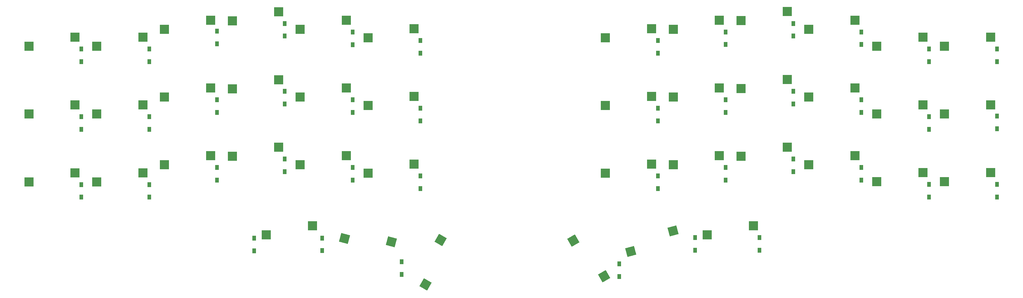
<source format=gbp>
G04 #@! TF.GenerationSoftware,KiCad,Pcbnew,8.0.3*
G04 #@! TF.CreationDate,2024-06-14T22:13:16-03:00*
G04 #@! TF.ProjectId,corne-cherry,636f726e-652d-4636-9865-7272792e6b69,3.0.1*
G04 #@! TF.SameCoordinates,Original*
G04 #@! TF.FileFunction,Paste,Bot*
G04 #@! TF.FilePolarity,Positive*
%FSLAX46Y46*%
G04 Gerber Fmt 4.6, Leading zero omitted, Abs format (unit mm)*
G04 Created by KiCad (PCBNEW 8.0.3) date 2024-06-14 22:13:16*
%MOMM*%
%LPD*%
G01*
G04 APERTURE LIST*
G04 Aperture macros list*
%AMRotRect*
0 Rectangle, with rotation*
0 The origin of the aperture is its center*
0 $1 length*
0 $2 width*
0 $3 Rotation angle, in degrees counterclockwise*
0 Add horizontal line*
21,1,$1,$2,0,0,$3*%
G04 Aperture macros list end*
%ADD10R,2.550000X2.500000*%
%ADD11RotRect,2.550000X2.500000X165.000000*%
%ADD12RotRect,2.550000X2.500000X240.000000*%
%ADD13RotRect,2.550000X2.500000X120.000000*%
%ADD14RotRect,2.550000X2.500000X195.000000*%
%ADD15R,1.000000X1.400000*%
G04 APERTURE END LIST*
D10*
X32022500Y-33240000D03*
X44949500Y-30700000D03*
X51022500Y-28490000D03*
X63949500Y-25950000D03*
X70022500Y-26115000D03*
X82949500Y-23575000D03*
X89022500Y-28490000D03*
X101949500Y-25950000D03*
X13022500Y-52240000D03*
X25949500Y-49700000D03*
X32022500Y-52240000D03*
X44949500Y-49700000D03*
X51022500Y-47490000D03*
X63949500Y-44950000D03*
X70022500Y-45188363D03*
X82949500Y-42648363D03*
X89022500Y-47490000D03*
X101949500Y-44950000D03*
X108022500Y-49865000D03*
X120949500Y-47325000D03*
X13022500Y-71240000D03*
X25949500Y-68700000D03*
X32022500Y-71240000D03*
X44949500Y-68700000D03*
X51022500Y-66490000D03*
X63949500Y-63950000D03*
X70022500Y-64115000D03*
X82949500Y-61575000D03*
X89022500Y-66490000D03*
X101949500Y-63950000D03*
X108022500Y-68865000D03*
X120949500Y-66325000D03*
X79522500Y-86115000D03*
X92449500Y-83575000D03*
D11*
X101421316Y-87117815D03*
X114565239Y-88010118D03*
D12*
X124115295Y-100020790D03*
X128379091Y-87555680D03*
D13*
X165521705Y-87744210D03*
X174184909Y-97669320D03*
D10*
X212529500Y-64110000D03*
X225456500Y-61570000D03*
X193529500Y-66485000D03*
X206456500Y-63945000D03*
X174529500Y-68860000D03*
X187456500Y-66320000D03*
X203029500Y-86110000D03*
X215956500Y-83570000D03*
D14*
X181613515Y-90780281D03*
X193442638Y-84981076D03*
D10*
X212529500Y-26110000D03*
X225456500Y-23570000D03*
X193529500Y-28485000D03*
X206456500Y-25945000D03*
X269529500Y-52235000D03*
X282456500Y-49695000D03*
X231529500Y-28485000D03*
X244456500Y-25945000D03*
X250529500Y-52235000D03*
X263456500Y-49695000D03*
X250529500Y-71235000D03*
X263456500Y-68695000D03*
X231529500Y-66485000D03*
X244456500Y-63945000D03*
X269529500Y-33235000D03*
X282456500Y-30695000D03*
X250529500Y-33235000D03*
X263456500Y-30695000D03*
X231529500Y-47485000D03*
X244456500Y-44945000D03*
X212529500Y-45110000D03*
X225456500Y-42570000D03*
X193529500Y-47485000D03*
X206456500Y-44945000D03*
X174529500Y-49860000D03*
X187456500Y-47320000D03*
X269529500Y-71235000D03*
X282456500Y-68695000D03*
X13022500Y-33240000D03*
X25949500Y-30700000D03*
X108022500Y-30865000D03*
X120949500Y-28325000D03*
X174522500Y-30865000D03*
X187449500Y-28325000D03*
D15*
X27734500Y-37551875D03*
X27734500Y-34001875D03*
X46734500Y-37555000D03*
X46734500Y-34005000D03*
X65707500Y-32555000D03*
X65707500Y-29005000D03*
X84707500Y-30430000D03*
X84707500Y-26880000D03*
X103707500Y-32805000D03*
X103707500Y-29255000D03*
X122707500Y-35180000D03*
X122707500Y-31630000D03*
X27734500Y-56551875D03*
X27734500Y-53001875D03*
X46734500Y-56555000D03*
X46734500Y-53005000D03*
X65707500Y-51805000D03*
X65707500Y-48255000D03*
X84707500Y-49430000D03*
X84707500Y-45880000D03*
X103707500Y-51805000D03*
X103707500Y-48255000D03*
X122707500Y-54180000D03*
X122707500Y-50630000D03*
X27734500Y-75551875D03*
X27734500Y-72001875D03*
X46734500Y-75555000D03*
X46734500Y-72005000D03*
X65707500Y-70805000D03*
X65707500Y-67255000D03*
X84707500Y-68430000D03*
X84707500Y-64880000D03*
X103707500Y-70805000D03*
X103707500Y-67255000D03*
X122707500Y-73180000D03*
X122707500Y-69630000D03*
X76157500Y-90545000D03*
X76157500Y-86995000D03*
X95164500Y-90540000D03*
X95164500Y-86990000D03*
X117482500Y-97155000D03*
X117482500Y-93605000D03*
X265214500Y-37550000D03*
X265214500Y-34000000D03*
X246214500Y-32800000D03*
X246214500Y-29250000D03*
X227214500Y-30425000D03*
X227214500Y-26875000D03*
X189207500Y-35180000D03*
X189207500Y-31630000D03*
X284214500Y-56400000D03*
X284214500Y-52850000D03*
X265214500Y-56550000D03*
X265214500Y-53000000D03*
X246214500Y-51800000D03*
X246214500Y-48250000D03*
X227214500Y-49425000D03*
X227214500Y-45875000D03*
X208214500Y-51800000D03*
X208214500Y-48250000D03*
X189207500Y-54180000D03*
X189207500Y-50630000D03*
X284214500Y-75550000D03*
X284214500Y-72000000D03*
X265214500Y-75550000D03*
X265214500Y-72000000D03*
X246214500Y-70800000D03*
X246214500Y-67250000D03*
X227214500Y-68425000D03*
X227214500Y-64875000D03*
X208214500Y-70800000D03*
X208214500Y-67250000D03*
X189207500Y-73180000D03*
X189207500Y-69630000D03*
X217714500Y-90410000D03*
X217714500Y-86860000D03*
X199664500Y-90425000D03*
X199664500Y-86875000D03*
X178382500Y-97805000D03*
X178382500Y-94255000D03*
X284214500Y-37550000D03*
X284214500Y-34000000D03*
X208214500Y-32800000D03*
X208214500Y-29250000D03*
M02*

</source>
